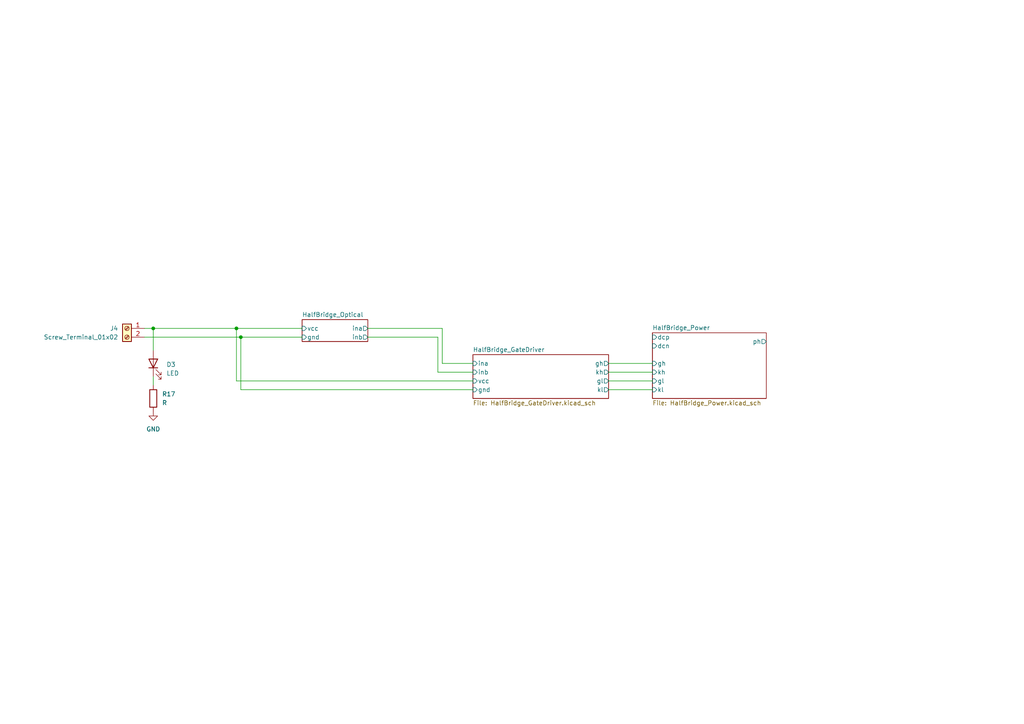
<source format=kicad_sch>
(kicad_sch (version 20231120) (generator "eeschema") (generator_version "8.0")
  (paper "A4")
  (lib_symbols
    (symbol "Connector:Screw_Terminal_01x02" (pin_names (offset 1.016) hide)
      (property "Reference" "J" (at 0 2.54 0))
      (property "Value" "Screw_Terminal_01x02" (at 0 -5.08 0))
      (symbol "Screw_Terminal_01x02_1_1"
        (rectangle (start -1.27 1.27) (end 1.27 -3.81) (stroke (width 0.254)) (fill (type background)))
        (circle (center 0 -2.54) (radius 0.635) (stroke (width 0.1524)))
        (polyline (pts (xy -0.5334 -2.2098) (xy 0.3302 -3.048)) (stroke (width 0.1524)))
        (polyline (pts (xy -0.5334 0.3302) (xy 0.3302 -0.508)) (stroke (width 0.1524)))
        (polyline (pts (xy -0.3556 -2.032) (xy 0.508 -2.8702)) (stroke (width 0.1524)))
        (polyline (pts (xy -0.3556 0.508) (xy 0.508 -0.3302)) (stroke (width 0.1524)))
        (circle (center 0 0) (radius 0.635) (stroke (width 0.1524)))
        (pin passive line (at -5.08 0 0) (length 3.81) (name "Pin_1") (number "1"))
        (pin passive line (at -5.08 -2.54 0) (length 3.81) (name "Pin_2") (number "2"))
      )
    )
    (symbol "Device:LED" (pin_numbers hide) (pin_names (offset 1.016) hide)
      (property "Reference" "D" (at 0 2.54 0))
      (property "Value" "LED" (at 0 -2.54 0))
      (symbol "LED_0_1"
        (polyline (pts (xy -1.27 -1.27) (xy -1.27 1.27)) (stroke (width 0.254)))
        (polyline (pts (xy -1.27 0) (xy 1.27 0)))
        (polyline (pts (xy 1.27 -1.27) (xy 1.27 1.27) (xy -1.27 0) (xy 1.27 -1.27)) (stroke (width 0.254)))
        (polyline (pts (xy -3.048 -0.762) (xy -4.572 -2.286) (xy -3.81 -2.286) (xy -4.572 -2.286) (xy -4.572 -1.524)))
        (polyline (pts (xy -1.778 -0.762) (xy -3.302 -2.286) (xy -2.54 -2.286) (xy -3.302 -2.286) (xy -3.302 -1.524)))
      )
      (symbol "LED_1_1"
        (pin passive line (at -3.81 0 0) (length 2.54) (name "K") (number "1"))
        (pin passive line (at 3.81 0 180) (length 2.54) (name "A") (number "2"))
      )
    )
    (symbol "Device:R" (pin_numbers hide) (pin_names (offset 0))
      (property "Reference" "R" (at 2.032 0 90))
      (property "Value" "R" (at 0 0 90))
      (symbol "R_0_1"
        (rectangle (start -1.016 -2.54) (end 1.016 2.54) (stroke (width 0.254)))
      )
      (symbol "R_1_1"
        (pin passive line (at 0 3.81 270) (length 1.27) (name "~") (number "1"))
        (pin passive line (at 0 -3.81 90) (length 1.27) (name "~") (number "2"))
      )
    )
    (symbol "power:GND" (power) (pin_numbers hide) (pin_names (offset 0) hide)
      (property "Value" "GND" (at 0 -3.81 0))
      (symbol "GND_0_1"
        (polyline (pts (xy 0 0) (xy 0 -1.27) (xy 1.27 -1.27) (xy 0 -2.54) (xy -1.27 -1.27) (xy 0 -1.27)))
      )
      (symbol "GND_1_1"
        (pin power_in line (at 0 0 270) (length 0) (name "~") (number "1"))
      )
    )
  )
  (junction (at 44.45 95.25))
  (junction (at 69.85 97.79))
  (junction (at 68.58 95.25))
  (wire (pts (xy 68.58 110.49) (xy 137.16 110.49)))
  (wire (pts (xy 41.91 95.25) (xy 44.45 95.25)))
  (wire (pts (xy 44.45 109.22) (xy 44.45 111.76)))
  (wire (pts (xy 176.53 113.03) (xy 189.23 113.03)))
  (wire (pts (xy 106.68 97.79) (xy 127 97.79)))
  (wire (pts (xy 44.45 95.25) (xy 68.58 95.25)))
  (wire (pts (xy 176.53 107.95) (xy 189.23 107.95)))
  (wire (pts (xy 128.27 95.25) (xy 128.27 105.41)))
  (wire (pts (xy 69.85 113.03) (xy 137.16 113.03)))
  (wire (pts (xy 106.68 95.25) (xy 128.27 95.25)))
  (wire (pts (xy 128.27 105.41) (xy 137.16 105.41)))
  (wire (pts (xy 87.63 95.25) (xy 68.58 95.25)))
  (wire (pts (xy 127 97.79) (xy 127 107.95)))
  (wire (pts (xy 69.85 97.79) (xy 69.85 113.03)))
  (wire (pts (xy 127 107.95) (xy 137.16 107.95)))
  (wire (pts (xy 176.53 110.49) (xy 189.23 110.49)))
  (wire (pts (xy 87.63 97.79) (xy 69.85 97.79)))
  (wire (pts (xy 41.91 97.79) (xy 69.85 97.79)))
  (wire (pts (xy 176.53 105.41) (xy 189.23 105.41)))
  (wire (pts (xy 68.58 95.25) (xy 68.58 110.49)))
  (wire (pts (xy 44.45 95.25) (xy 44.45 101.6)))
  (symbol (lib_id "Connector:Screw_Terminal_01x02") (at 36.83 95.25 0) (mirror y) (unit 1)
    (property "Reference" "J4" (at 34.29 95.2499 0) (effects (justify left)))
    (property "Value" "Screw_Terminal_01x02" (at 34.29 97.7899 0) (effects (justify left)))
    (property "Footprint" "TerminalBlock_Phoenix:TerminalBlock_Phoenix_PT-1,5-2-3.5-H_1x02_P3.50mm_Horizontal" (effects (hide yes)))
    (property "Description" "Generic screw terminal, single row, 01x02, script generated (kicad-library-utils/schlib/autogen/connector/)" (effects (hide yes)))
  )
  (symbol (lib_id "Device:R") (at 44.45 115.57 0) (unit 1)
    (property "Reference" "R17" (at 46.99 114.2999 0) (effects (justify left)))
    (property "Value" "R" (at 46.99 116.8399 0) (effects (justify left)))
    (property "Footprint" "Resistor_SMD:R_0603_1608Metric" (effects (hide yes)))
    (property "Description" "Resistor" (effects (hide yes)))
  )
  (symbol (lib_id "Device:LED") (at 44.45 105.41 90) (unit 1)
    (property "Reference" "D3" (at 48.26 105.7274 90) (effects (justify right)))
    (property "Value" "LED" (at 48.26 108.2674 90) (effects (justify right)))
    (property "Footprint" "LED_SMD:LED_0603_1608Metric_Pad1.05x0.95mm_HandSolder" (effects (hide yes)))
    (property "Description" "Light emitting diode" (effects (hide yes)))
  )
  (symbol (lib_id "power:GND") (at 44.45 119.38 0) (unit 1)
    (property "Reference" "#PWR01" (effects (hide yes)))
    (property "Value" "GND" (at 44.45 124.46 0))
    (property "Description" "Power symbol creates a global label with name \"GND\" , ground" (effects (hide yes)))
  )
  (sheet (at 87.63 92.71) (size 19.05 6.35) (stroke (width 0.1524))
    (property "Sheetname" "HalfBridge_Optical" (at 87.63 91.9984 0) (effects (justify left bottom)))
    (property "Sheetfile" "HalfBridge_Optical.kicad_sch" (effects (hide yes)))
    (pin "ina" output (at 106.68 95.25 0))
    (pin "inb" output (at 106.68 97.79 0))
    (pin "vcc" input (at 87.63 95.25 180))
    (pin "gnd" input (at 87.63 97.79 180))
  )
  (sheet (at 137.16 102.87) (size 39.37 12.7) (stroke (width 0.1524))
    (property "Sheetname" "HalfBridge_GateDriver" (at 137.16 102.1584 0) (effects (justify left bottom)))
    (property "Sheetfile" "HalfBridge_GateDriver.kicad_sch" (at 137.16 116.1546 0) (effects (justify left top)))
    (pin "gl" output (at 176.53 110.49 0))
    (pin "kh" output (at 176.53 107.95 0))
    (pin "gh" output (at 176.53 105.41 0))
    (pin "kl" output (at 176.53 113.03 0))
    (pin "vcc" input (at 137.16 110.49 180))
    (pin "gnd" input (at 137.16 113.03 180))
    (pin "ina" input (at 137.16 105.41 180))
    (pin "inb" input (at 137.16 107.95 180))
  )
  (sheet (at 189.23 96.52) (size 33.02 19.05) (stroke (width 0.1524))
    (property "Sheetname" "HalfBridge_Power" (at 189.23 95.8084 0) (effects (justify left bottom)))
    (property "Sheetfile" "HalfBridge_Power.kicad_sch" (at 189.23 116.1546 0) (effects (justify left top)))
    (pin "ph" output (at 222.25 99.06 0))
    (pin "dcp" input (at 189.23 97.79 180))
    (pin "dcn" input (at 189.23 100.33 180))
    (pin "gh" input (at 189.23 105.41 180))
    (pin "kh" input (at 189.23 107.95 180))
    (pin "gl" input (at 189.23 110.49 180))
    (pin "kl" input (at 189.23 113.03 180))
  )
)
</source>
